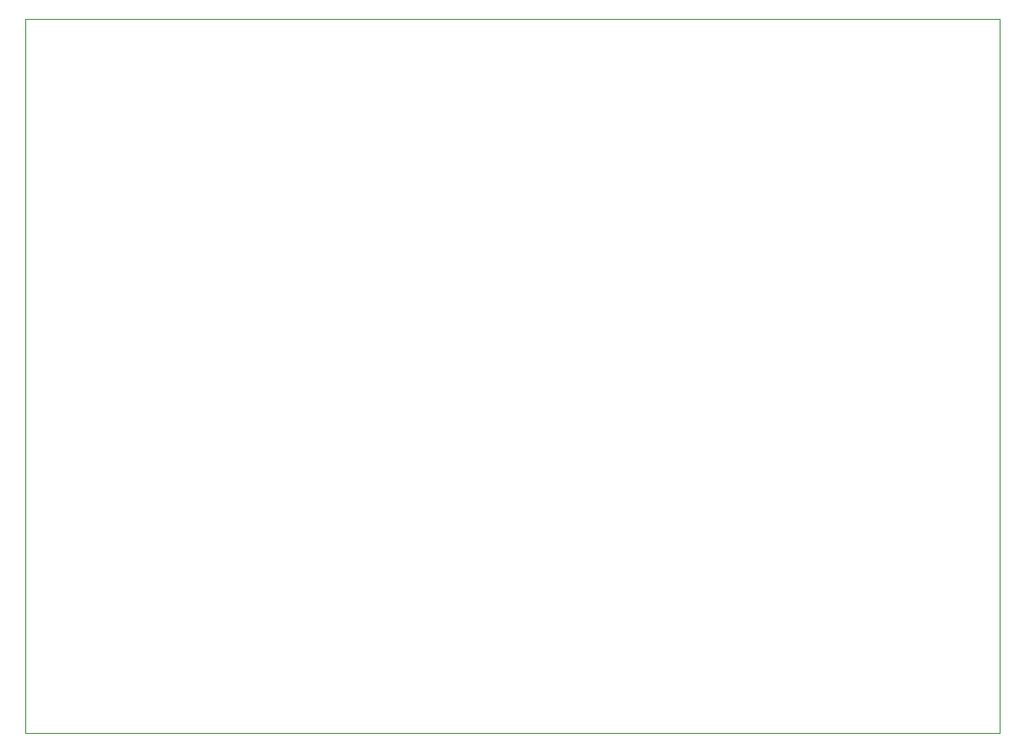
<source format=gm1>
%TF.GenerationSoftware,KiCad,Pcbnew,(6.0.7-1)-1*%
%TF.CreationDate,2022-10-02T14:30:12-04:00*%
%TF.ProjectId,Macro_Keyboard_V1.1,4d616372-6f5f-44b6-9579-626f6172645f,1.1*%
%TF.SameCoordinates,Original*%
%TF.FileFunction,Profile,NP*%
%FSLAX46Y46*%
G04 Gerber Fmt 4.6, Leading zero omitted, Abs format (unit mm)*
G04 Created by KiCad (PCBNEW (6.0.7-1)-1) date 2022-10-02 14:30:12*
%MOMM*%
%LPD*%
G01*
G04 APERTURE LIST*
%TA.AperFunction,Profile*%
%ADD10C,0.100000*%
%TD*%
G04 APERTURE END LIST*
D10*
X36068000Y-22352000D02*
X127508000Y-22352000D01*
X127508000Y-22352000D02*
X127508000Y-89408000D01*
X127508000Y-89408000D02*
X36068000Y-89408000D01*
X36068000Y-89408000D02*
X36068000Y-22352000D01*
M02*

</source>
